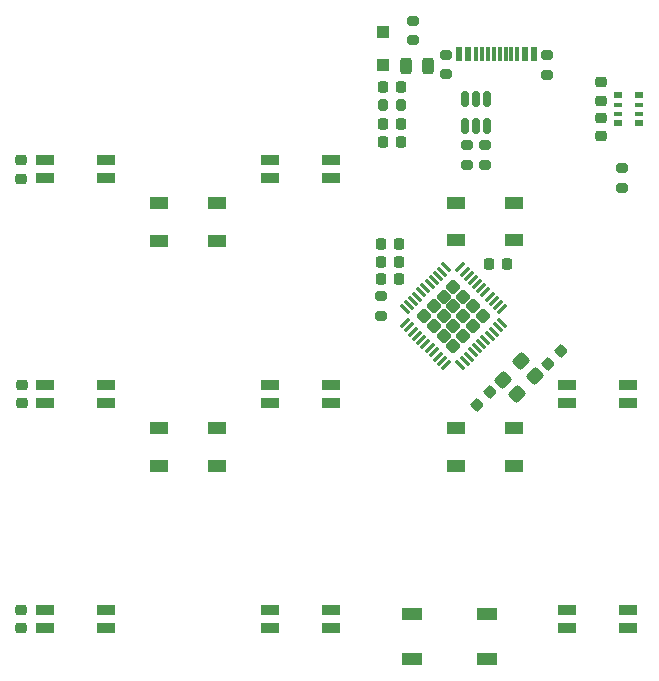
<source format=gbr>
%TF.GenerationSoftware,KiCad,Pcbnew,6.0.0-rc1-unknown-caf406943e~144~ubuntu21.04.1*%
%TF.CreationDate,2021-12-15T23:35:00+01:00*%
%TF.ProjectId,1337-v4.0,31333337-2d76-4342-9e30-2e6b69636164,4.0*%
%TF.SameCoordinates,Original*%
%TF.FileFunction,Paste,Bot*%
%TF.FilePolarity,Positive*%
%FSLAX46Y46*%
G04 Gerber Fmt 4.6, Leading zero omitted, Abs format (unit mm)*
G04 Created by KiCad (PCBNEW 6.0.0-rc1-unknown-caf406943e~144~ubuntu21.04.1) date 2021-12-15 23:35:00*
%MOMM*%
%LPD*%
G01*
G04 APERTURE LIST*
G04 Aperture macros list*
%AMRoundRect*
0 Rectangle with rounded corners*
0 $1 Rounding radius*
0 $2 $3 $4 $5 $6 $7 $8 $9 X,Y pos of 4 corners*
0 Add a 4 corners polygon primitive as box body*
4,1,4,$2,$3,$4,$5,$6,$7,$8,$9,$2,$3,0*
0 Add four circle primitives for the rounded corners*
1,1,$1+$1,$2,$3*
1,1,$1+$1,$4,$5*
1,1,$1+$1,$6,$7*
1,1,$1+$1,$8,$9*
0 Add four rect primitives between the rounded corners*
20,1,$1+$1,$2,$3,$4,$5,0*
20,1,$1+$1,$4,$5,$6,$7,0*
20,1,$1+$1,$6,$7,$8,$9,0*
20,1,$1+$1,$8,$9,$2,$3,0*%
G04 Aperture macros list end*
%ADD10RoundRect,0.082000X-0.718000X0.328000X-0.718000X-0.328000X0.718000X-0.328000X0.718000X0.328000X0*%
%ADD11R,0.600000X1.150000*%
%ADD12R,0.300000X1.150000*%
%ADD13RoundRect,0.225000X0.225000X0.250000X-0.225000X0.250000X-0.225000X-0.250000X0.225000X-0.250000X0*%
%ADD14RoundRect,0.225000X-0.017678X0.335876X-0.335876X0.017678X0.017678X-0.335876X0.335876X-0.017678X0*%
%ADD15R,1.100000X1.100000*%
%ADD16RoundRect,0.200000X0.275000X-0.200000X0.275000X0.200000X-0.275000X0.200000X-0.275000X-0.200000X0*%
%ADD17RoundRect,0.225000X-0.250000X0.225000X-0.250000X-0.225000X0.250000X-0.225000X0.250000X0.225000X0*%
%ADD18RoundRect,0.150000X-0.150000X0.512500X-0.150000X-0.512500X0.150000X-0.512500X0.150000X0.512500X0*%
%ADD19RoundRect,0.170000X-0.255000X-0.330000X0.255000X-0.330000X0.255000X0.330000X-0.255000X0.330000X0*%
%ADD20R,1.500000X1.000000*%
%ADD21RoundRect,0.225000X0.017678X-0.335876X0.335876X-0.017678X-0.017678X0.335876X-0.335876X0.017678X0*%
%ADD22RoundRect,0.170000X-0.330000X0.255000X-0.330000X-0.255000X0.330000X-0.255000X0.330000X0.255000X0*%
%ADD23R,0.800000X0.500000*%
%ADD24R,0.800000X0.400000*%
%ADD25RoundRect,0.200000X-0.275000X0.200000X-0.275000X-0.200000X0.275000X-0.200000X0.275000X0.200000X0*%
%ADD26RoundRect,0.225000X-0.225000X-0.250000X0.225000X-0.250000X0.225000X0.250000X-0.225000X0.250000X0*%
%ADD27RoundRect,0.243750X0.243750X0.456250X-0.243750X0.456250X-0.243750X-0.456250X0.243750X-0.456250X0*%
%ADD28RoundRect,0.250000X0.000000X0.358486X-0.358486X0.000000X0.000000X-0.358486X0.358486X0.000000X0*%
%ADD29RoundRect,0.062500X0.291682X0.380070X-0.380070X-0.291682X-0.291682X-0.380070X0.380070X0.291682X0*%
%ADD30RoundRect,0.062500X-0.291682X0.380070X-0.380070X0.291682X0.291682X-0.380070X0.380070X-0.291682X0*%
%ADD31RoundRect,0.230000X0.063640X0.502046X-0.502046X-0.063640X-0.063640X-0.502046X0.502046X0.063640X0*%
%ADD32RoundRect,0.225000X0.250000X-0.225000X0.250000X0.225000X-0.250000X0.225000X-0.250000X-0.225000X0*%
%ADD33R,1.700000X1.000000*%
G04 APERTURE END LIST*
D10*
%TO.C,D5*%
X123955479Y-69669520D03*
X123955479Y-71169520D03*
X129155479Y-71169520D03*
X129155479Y-69669520D03*
%TD*%
%TO.C,D6*%
X79755479Y-88719520D03*
X79755479Y-90219520D03*
X84955479Y-90219520D03*
X84955479Y-88719520D03*
%TD*%
%TO.C,D1*%
X79755479Y-50619520D03*
X79755479Y-52119520D03*
X84955479Y-52119520D03*
X84955479Y-50619520D03*
%TD*%
%TO.C,D2*%
X98805479Y-50619520D03*
X98805479Y-52119520D03*
X104005479Y-52119520D03*
X104005479Y-50619520D03*
%TD*%
%TO.C,D3*%
X79755479Y-69669520D03*
X79755479Y-71169520D03*
X84955479Y-71169520D03*
X84955479Y-69669520D03*
%TD*%
%TO.C,D7*%
X98805479Y-88719520D03*
X98805479Y-90219520D03*
X104005479Y-90219520D03*
X104005479Y-88719520D03*
%TD*%
%TO.C,D8*%
X123955479Y-88719520D03*
X123955479Y-90219520D03*
X129155479Y-90219520D03*
X129155479Y-88719520D03*
%TD*%
%TO.C,D4*%
X98805479Y-69669520D03*
X98805479Y-71169520D03*
X104005479Y-71169520D03*
X104005479Y-69669520D03*
%TD*%
D11*
%TO.C,J1*%
X114819229Y-41645771D03*
X115619229Y-41645771D03*
D12*
X116769229Y-41645771D03*
X117769229Y-41645771D03*
X118269229Y-41645771D03*
X119269229Y-41645771D03*
D11*
X120419229Y-41645771D03*
X121219229Y-41645771D03*
X121219229Y-41645771D03*
X120419229Y-41645771D03*
D12*
X119769229Y-41645771D03*
X118769229Y-41645771D03*
X117269229Y-41645771D03*
X116269229Y-41645771D03*
D11*
X115619229Y-41645771D03*
X114819229Y-41645771D03*
%TD*%
D13*
%TO.C,C10*%
X109749229Y-60695771D03*
X108199229Y-60695771D03*
%TD*%
D14*
%TO.C,C11*%
X123452237Y-66767763D03*
X122356221Y-67863779D03*
%TD*%
D13*
%TO.C,C7*%
X109749229Y-57695771D03*
X108199229Y-57695771D03*
%TD*%
D15*
%TO.C,D9*%
X108389229Y-39780771D03*
X108389229Y-42580771D03*
%TD*%
D16*
%TO.C,R3*%
X117019229Y-50975771D03*
X117019229Y-49325771D03*
%TD*%
%TO.C,R2*%
X113749229Y-43340771D03*
X113749229Y-41690771D03*
%TD*%
D17*
%TO.C,C12*%
X77824229Y-69620771D03*
X77824229Y-71170771D03*
%TD*%
%TO.C,C6*%
X77774229Y-50620771D03*
X77774229Y-52170771D03*
%TD*%
D13*
%TO.C,C5*%
X109949229Y-49045771D03*
X108399229Y-49045771D03*
%TD*%
D16*
%TO.C,R4*%
X115509229Y-50975771D03*
X115509229Y-49325771D03*
%TD*%
D18*
%TO.C,U2*%
X115319229Y-45433271D03*
X116269229Y-45433271D03*
X117219229Y-45433271D03*
X117219229Y-47708271D03*
X116269229Y-47708271D03*
X115319229Y-47708271D03*
%TD*%
D19*
%TO.C,FB2*%
X108359229Y-45960771D03*
X109959229Y-45960771D03*
%TD*%
D20*
%TO.C,D13*%
X89430479Y-76464521D03*
X89430479Y-73264521D03*
X94330479Y-73264521D03*
X94330479Y-76464521D03*
%TD*%
D21*
%TO.C,C13*%
X116396221Y-71293779D03*
X117492237Y-70197763D03*
%TD*%
D22*
%TO.C,FB1*%
X110934229Y-38815771D03*
X110934229Y-40415771D03*
%TD*%
D23*
%TO.C,RN1*%
X128286729Y-47489521D03*
D24*
X128286729Y-46689521D03*
X128286729Y-45889521D03*
D23*
X128286729Y-45089521D03*
X130086729Y-45089521D03*
D24*
X130086729Y-45889521D03*
X130086729Y-46689521D03*
D23*
X130086729Y-47489521D03*
%TD*%
D16*
%TO.C,R5*%
X128649229Y-52945771D03*
X128649229Y-51295771D03*
%TD*%
D13*
%TO.C,C3*%
X109924229Y-47520771D03*
X108374229Y-47520771D03*
%TD*%
D25*
%TO.C,R6*%
X108224229Y-62120771D03*
X108224229Y-63770771D03*
%TD*%
D13*
%TO.C,C8*%
X109749229Y-59195771D03*
X108199229Y-59195771D03*
%TD*%
D20*
%TO.C,D12*%
X114574229Y-76464521D03*
X114574229Y-73264521D03*
X119474229Y-73264521D03*
X119474229Y-76464521D03*
%TD*%
D26*
%TO.C,C9*%
X117349229Y-59395771D03*
X118899229Y-59395771D03*
%TD*%
%TO.C,C1*%
X108374229Y-44380771D03*
X109924229Y-44380771D03*
%TD*%
D27*
%TO.C,F1*%
X112206729Y-42610771D03*
X110331729Y-42610771D03*
%TD*%
D20*
%TO.C,D11*%
X89430479Y-57414521D03*
X89430479Y-54214521D03*
X94330479Y-54214521D03*
X94330479Y-57414521D03*
%TD*%
%TO.C,D10*%
X114574229Y-57395771D03*
X114574229Y-54195771D03*
X119474229Y-54195771D03*
X119474229Y-57395771D03*
%TD*%
D28*
%TO.C,U3*%
X115185079Y-63806621D03*
X113523379Y-63806621D03*
X114354229Y-61314070D03*
X116015930Y-64637471D03*
X115185079Y-62144920D03*
X112692528Y-62975771D03*
X116846780Y-63806621D03*
X114354229Y-66299172D03*
X113523379Y-62144920D03*
X116015930Y-62975771D03*
X113523379Y-65468322D03*
X115185079Y-65468322D03*
X114354229Y-64637471D03*
X114354229Y-62975771D03*
X111861678Y-63806621D03*
X112692528Y-64637471D03*
D29*
X114946431Y-59678885D03*
X115299984Y-60032439D03*
X115653538Y-60385992D03*
X116007091Y-60739545D03*
X116360644Y-61093099D03*
X116714198Y-61446652D03*
X117067751Y-61800206D03*
X117421305Y-62153759D03*
X117774858Y-62507312D03*
X118128411Y-62860866D03*
X118481965Y-63214419D03*
D30*
X118481965Y-64398823D03*
X118128411Y-64752376D03*
X117774858Y-65105930D03*
X117421305Y-65459483D03*
X117067751Y-65813036D03*
X116714198Y-66166590D03*
X116360644Y-66520143D03*
X116007091Y-66873697D03*
X115653538Y-67227250D03*
X115299984Y-67580803D03*
X114946431Y-67934357D03*
D29*
X113762027Y-67934357D03*
X113408474Y-67580803D03*
X113054920Y-67227250D03*
X112701367Y-66873697D03*
X112347814Y-66520143D03*
X111994260Y-66166590D03*
X111640707Y-65813036D03*
X111287153Y-65459483D03*
X110933600Y-65105930D03*
X110580047Y-64752376D03*
X110226493Y-64398823D03*
D30*
X110226493Y-63214419D03*
X110580047Y-62860866D03*
X110933600Y-62507312D03*
X111287153Y-62153759D03*
X111640707Y-61800206D03*
X111994260Y-61446652D03*
X112347814Y-61093099D03*
X112701367Y-60739545D03*
X113054920Y-60385992D03*
X113408474Y-60032439D03*
X113762027Y-59678885D03*
%TD*%
D31*
%TO.C,Y1*%
X121293087Y-68828994D03*
X119737452Y-70384629D03*
X118535371Y-69182548D03*
X120091006Y-67626913D03*
%TD*%
D32*
%TO.C,C2*%
X126844229Y-45560771D03*
X126844229Y-44010771D03*
%TD*%
D17*
%TO.C,C14*%
X77774229Y-88670771D03*
X77774229Y-90220771D03*
%TD*%
D25*
%TO.C,R1*%
X122299229Y-41715771D03*
X122299229Y-43365771D03*
%TD*%
D33*
%TO.C,SW1*%
X117174229Y-89020771D03*
X110874229Y-89020771D03*
X110874229Y-92820771D03*
X117174229Y-92820771D03*
%TD*%
D17*
%TO.C,C4*%
X126844229Y-47000771D03*
X126844229Y-48550771D03*
%TD*%
M02*

</source>
